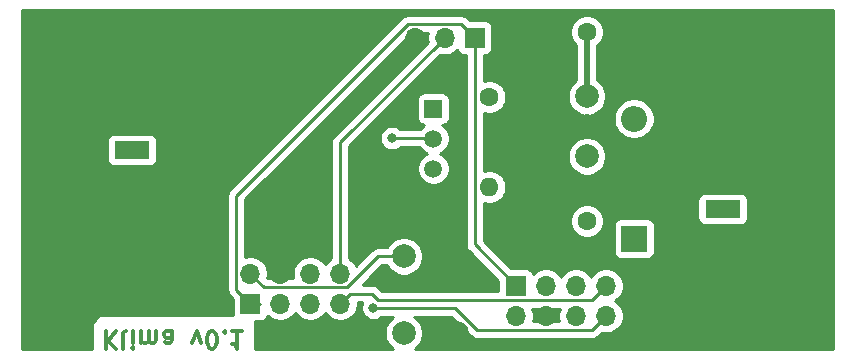
<source format=gbr>
%TF.GenerationSoftware,KiCad,Pcbnew,5.1.9+dfsg1-1~bpo10+1*%
%TF.CreationDate,2021-07-01T20:49:07+00:00*%
%TF.ProjectId,klima,6b6c696d-612e-46b6-9963-61645f706362,rev?*%
%TF.SameCoordinates,Original*%
%TF.FileFunction,Copper,L2,Bot*%
%TF.FilePolarity,Positive*%
%FSLAX46Y46*%
G04 Gerber Fmt 4.6, Leading zero omitted, Abs format (unit mm)*
G04 Created by KiCad (PCBNEW 5.1.9+dfsg1-1~bpo10+1) date 2021-07-01 20:49:07*
%MOMM*%
%LPD*%
G01*
G04 APERTURE LIST*
%TA.AperFunction,NonConductor*%
%ADD10C,0.300000*%
%TD*%
%TA.AperFunction,ComponentPad*%
%ADD11C,2.000000*%
%TD*%
%TA.AperFunction,ComponentPad*%
%ADD12R,1.700000X1.700000*%
%TD*%
%TA.AperFunction,ComponentPad*%
%ADD13O,1.700000X1.700000*%
%TD*%
%TA.AperFunction,ComponentPad*%
%ADD14C,1.600000*%
%TD*%
%TA.AperFunction,ComponentPad*%
%ADD15R,2.200000X2.200000*%
%TD*%
%TA.AperFunction,ComponentPad*%
%ADD16O,2.200000X2.200000*%
%TD*%
%TA.AperFunction,ComponentPad*%
%ADD17C,5.600000*%
%TD*%
%TA.AperFunction,ComponentPad*%
%ADD18R,3.000000X1.500000*%
%TD*%
%TA.AperFunction,ComponentPad*%
%ADD19O,3.000000X1.500000*%
%TD*%
%TA.AperFunction,ComponentPad*%
%ADD20R,1.500000X1.500000*%
%TD*%
%TA.AperFunction,ComponentPad*%
%ADD21C,1.500000*%
%TD*%
%TA.AperFunction,ComponentPad*%
%ADD22O,1.600000X1.600000*%
%TD*%
%TA.AperFunction,ViaPad*%
%ADD23C,0.800000*%
%TD*%
%TA.AperFunction,Conductor*%
%ADD24C,0.500000*%
%TD*%
%TA.AperFunction,Conductor*%
%ADD25C,0.250000*%
%TD*%
%TA.AperFunction,Conductor*%
%ADD26C,0.254000*%
%TD*%
%TA.AperFunction,Conductor*%
%ADD27C,0.100000*%
%TD*%
G04 APERTURE END LIST*
D10*
X107750000Y-97821428D02*
X107750000Y-99321428D01*
X108607142Y-97821428D02*
X107964285Y-98678571D01*
X108607142Y-99321428D02*
X107750000Y-98464285D01*
X109464285Y-97821428D02*
X109321428Y-97892857D01*
X109250000Y-98035714D01*
X109250000Y-99321428D01*
X110035714Y-97821428D02*
X110035714Y-98821428D01*
X110035714Y-99321428D02*
X109964285Y-99250000D01*
X110035714Y-99178571D01*
X110107142Y-99250000D01*
X110035714Y-99321428D01*
X110035714Y-99178571D01*
X110750000Y-97821428D02*
X110750000Y-98821428D01*
X110750000Y-98678571D02*
X110821428Y-98750000D01*
X110964285Y-98821428D01*
X111178571Y-98821428D01*
X111321428Y-98750000D01*
X111392857Y-98607142D01*
X111392857Y-97821428D01*
X111392857Y-98607142D02*
X111464285Y-98750000D01*
X111607142Y-98821428D01*
X111821428Y-98821428D01*
X111964285Y-98750000D01*
X112035714Y-98607142D01*
X112035714Y-97821428D01*
X113392857Y-97821428D02*
X113392857Y-98607142D01*
X113321428Y-98750000D01*
X113178571Y-98821428D01*
X112892857Y-98821428D01*
X112750000Y-98750000D01*
X113392857Y-97892857D02*
X113250000Y-97821428D01*
X112892857Y-97821428D01*
X112750000Y-97892857D01*
X112678571Y-98035714D01*
X112678571Y-98178571D01*
X112750000Y-98321428D01*
X112892857Y-98392857D01*
X113250000Y-98392857D01*
X113392857Y-98464285D01*
X115107142Y-98821428D02*
X115464285Y-97821428D01*
X115821428Y-98821428D01*
X116678571Y-99321428D02*
X116821428Y-99321428D01*
X116964285Y-99250000D01*
X117035714Y-99178571D01*
X117107142Y-99035714D01*
X117178571Y-98750000D01*
X117178571Y-98392857D01*
X117107142Y-98107142D01*
X117035714Y-97964285D01*
X116964285Y-97892857D01*
X116821428Y-97821428D01*
X116678571Y-97821428D01*
X116535714Y-97892857D01*
X116464285Y-97964285D01*
X116392857Y-98107142D01*
X116321428Y-98392857D01*
X116321428Y-98750000D01*
X116392857Y-99035714D01*
X116464285Y-99178571D01*
X116535714Y-99250000D01*
X116678571Y-99321428D01*
X117821428Y-97964285D02*
X117892857Y-97892857D01*
X117821428Y-97821428D01*
X117750000Y-97892857D01*
X117821428Y-97964285D01*
X117821428Y-97821428D01*
X119321428Y-97821428D02*
X118464285Y-97821428D01*
X118892857Y-97821428D02*
X118892857Y-99321428D01*
X118750000Y-99107142D01*
X118607142Y-98964285D01*
X118464285Y-98892857D01*
D11*
%TO.P,SW101,2*%
%TO.N,GND*%
X137500000Y-98000000D03*
%TO.P,SW101,1*%
%TO.N,/IO0*%
X133000000Y-98000000D03*
%TO.P,SW101,2*%
%TO.N,GND*%
X137500000Y-91500000D03*
%TO.P,SW101,1*%
%TO.N,/IO0*%
X133000000Y-91500000D03*
%TD*%
D12*
%TO.P,J104,1*%
%TO.N,/RX*%
X139000000Y-73000000D03*
D13*
%TO.P,J104,2*%
%TO.N,/TX*%
X136460000Y-73000000D03*
%TO.P,J104,3*%
%TO.N,GND*%
X133920000Y-73000000D03*
%TD*%
D14*
%TO.P,C101,1*%
%TO.N,Net-(C101-Pad1)*%
X148500000Y-88500000D03*
%TO.P,C101,2*%
%TO.N,GND*%
X143500000Y-88500000D03*
%TD*%
%TO.P,C102,2*%
%TO.N,GND*%
X143500000Y-72500000D03*
%TO.P,C102,1*%
%TO.N,+3V3*%
X148500000Y-72500000D03*
%TD*%
D15*
%TO.P,D101,1*%
%TO.N,Net-(C101-Pad1)*%
X152500000Y-90000000D03*
D16*
%TO.P,D101,2*%
%TO.N,+12V*%
X152500000Y-79840000D03*
%TD*%
D17*
%TO.P,H101,1*%
%TO.N,GND*%
X105000000Y-95000000D03*
%TD*%
%TO.P,H102,1*%
%TO.N,GND*%
X165000000Y-95000000D03*
%TD*%
%TO.P,H103,1*%
%TO.N,GND*%
X165000000Y-75000000D03*
%TD*%
%TO.P,H104,1*%
%TO.N,GND*%
X105000000Y-75000000D03*
%TD*%
D18*
%TO.P,J103,1*%
%TO.N,+12V*%
X110000000Y-82500000D03*
D19*
%TO.P,J103,2*%
%TO.N,GND*%
X110000000Y-87500000D03*
%TD*%
%TO.P,J105,2*%
%TO.N,GND*%
X160000000Y-82500000D03*
D18*
%TO.P,J105,1*%
%TO.N,+12V*%
X160000000Y-87500000D03*
%TD*%
D11*
%TO.P,U101,1*%
%TO.N,Net-(C101-Pad1)*%
X148500000Y-83040000D03*
%TO.P,U101,2*%
%TO.N,GND*%
X148500000Y-80500000D03*
%TO.P,U101,3*%
%TO.N,+3V3*%
X148500000Y-77960000D03*
%TD*%
D20*
%TO.P,U102,1*%
%TO.N,+3V3*%
X135500000Y-79000000D03*
D21*
%TO.P,U102,2*%
%TO.N,/IO2*%
X135500000Y-81540000D03*
%TO.P,U102,3*%
%TO.N,N/C*%
X135500000Y-84080000D03*
%TO.P,U102,4*%
%TO.N,GND*%
X135500000Y-86620000D03*
%TD*%
D12*
%TO.P,J101,1*%
%TO.N,/RX*%
X120000000Y-95500000D03*
D13*
%TO.P,J101,2*%
%TO.N,/IO0*%
X120000000Y-92960000D03*
%TO.P,J101,3*%
%TO.N,/IO2*%
X122540000Y-95500000D03*
%TO.P,J101,4*%
%TO.N,GND*%
X122540000Y-92960000D03*
%TO.P,J101,5*%
%TO.N,+3V3*%
X125080000Y-95500000D03*
%TO.P,J101,6*%
%TO.N,/~RST*%
X125080000Y-92960000D03*
%TO.P,J101,7*%
%TO.N,/EN*%
X127620000Y-95500000D03*
%TO.P,J101,8*%
%TO.N,/TX*%
X127620000Y-92960000D03*
%TD*%
D12*
%TO.P,J102,1*%
%TO.N,/RX*%
X142500000Y-94000000D03*
D13*
%TO.P,J102,2*%
%TO.N,/IO0*%
X142500000Y-96540000D03*
%TO.P,J102,3*%
%TO.N,/IO2*%
X145040000Y-94000000D03*
%TO.P,J102,4*%
%TO.N,GND*%
X145040000Y-96540000D03*
%TO.P,J102,5*%
%TO.N,+3V3*%
X147580000Y-94000000D03*
%TO.P,J102,6*%
%TO.N,/~RST*%
X147580000Y-96540000D03*
%TO.P,J102,7*%
%TO.N,/EN*%
X150120000Y-94000000D03*
%TO.P,J102,8*%
%TO.N,/TX*%
X150120000Y-96540000D03*
%TD*%
D14*
%TO.P,R101,1*%
%TO.N,+3V3*%
X140250000Y-78000000D03*
D22*
%TO.P,R101,2*%
%TO.N,/IO2*%
X140250000Y-85620000D03*
%TD*%
D23*
%TO.N,GND*%
X137500000Y-74500000D03*
X126000000Y-89000000D03*
X129500000Y-86500000D03*
X129500000Y-90500000D03*
X130500000Y-93500000D03*
X121000000Y-98500000D03*
X124000000Y-98500000D03*
X127500000Y-98000000D03*
X130500000Y-98000000D03*
%TO.N,/IO2*%
X132000000Y-81500000D03*
%TO.N,/TX*%
X130423958Y-95873959D03*
%TD*%
D24*
%TO.N,+3V3*%
X148500000Y-72500000D02*
X148500000Y-77960000D01*
D25*
%TO.N,/RX*%
X139000000Y-90500000D02*
X142500000Y-94000000D01*
X139000000Y-73000000D02*
X139000000Y-90500000D01*
X120000000Y-95500000D02*
X120800998Y-95500000D01*
X118824999Y-94324999D02*
X120000000Y-95500000D01*
X137824999Y-71824999D02*
X133355999Y-71824999D01*
X118824999Y-86355999D02*
X118824999Y-94324999D01*
X133355999Y-71824999D02*
X118824999Y-86355999D01*
X139000000Y-73000000D02*
X137824999Y-71824999D01*
%TO.N,/IO0*%
X120000000Y-92960000D02*
X121175001Y-94135001D01*
X121175001Y-94135001D02*
X128184001Y-94135001D01*
X130819002Y-91500000D02*
X129659501Y-92659501D01*
X133000000Y-91500000D02*
X130819002Y-91500000D01*
X129659501Y-92659501D02*
X130000000Y-92319002D01*
X128184001Y-94135001D02*
X129659501Y-92659501D01*
%TO.N,/IO2*%
X135960000Y-81500000D02*
X136000000Y-81540000D01*
X132000000Y-81500000D02*
X135960000Y-81500000D01*
%TO.N,/EN*%
X128469999Y-94650001D02*
X127620000Y-95500000D01*
X130273002Y-94650001D02*
X128469999Y-94650001D01*
X130798002Y-95175001D02*
X130273002Y-94650001D01*
X148944999Y-95175001D02*
X130798002Y-95175001D01*
X150120000Y-94000000D02*
X148944999Y-95175001D01*
%TO.N,/TX*%
X127620000Y-81840000D02*
X136460000Y-73000000D01*
X127620000Y-92960000D02*
X127620000Y-81840000D01*
X148944999Y-97715001D02*
X150120000Y-96540000D01*
X139176003Y-97715001D02*
X148944999Y-97715001D01*
X137334961Y-95873959D02*
X139176003Y-97715001D01*
X130423958Y-95873959D02*
X137334961Y-95873959D01*
%TD*%
D26*
%TO.N,GND*%
X129428732Y-95572061D02*
X129388958Y-95772020D01*
X129388958Y-95975898D01*
X129428732Y-96175857D01*
X129506753Y-96364215D01*
X129620021Y-96533733D01*
X129764184Y-96677896D01*
X129933702Y-96791164D01*
X130122060Y-96869185D01*
X130322019Y-96908959D01*
X130525897Y-96908959D01*
X130725856Y-96869185D01*
X130914214Y-96791164D01*
X131083732Y-96677896D01*
X131127669Y-96633959D01*
X132101503Y-96633959D01*
X131957748Y-96730013D01*
X131730013Y-96957748D01*
X131551082Y-97225537D01*
X131427832Y-97523088D01*
X131365000Y-97838967D01*
X131365000Y-98161033D01*
X131427832Y-98476912D01*
X131551082Y-98774463D01*
X131730013Y-99042252D01*
X131957748Y-99269987D01*
X132062530Y-99340000D01*
X120392143Y-99340000D01*
X120392143Y-96988072D01*
X120850000Y-96988072D01*
X120974482Y-96975812D01*
X121094180Y-96939502D01*
X121204494Y-96880537D01*
X121301185Y-96801185D01*
X121380537Y-96704494D01*
X121439502Y-96594180D01*
X121461513Y-96521620D01*
X121593368Y-96653475D01*
X121836589Y-96815990D01*
X122106842Y-96927932D01*
X122393740Y-96985000D01*
X122686260Y-96985000D01*
X122973158Y-96927932D01*
X123243411Y-96815990D01*
X123486632Y-96653475D01*
X123693475Y-96446632D01*
X123810000Y-96272240D01*
X123926525Y-96446632D01*
X124133368Y-96653475D01*
X124376589Y-96815990D01*
X124646842Y-96927932D01*
X124933740Y-96985000D01*
X125226260Y-96985000D01*
X125513158Y-96927932D01*
X125783411Y-96815990D01*
X126026632Y-96653475D01*
X126233475Y-96446632D01*
X126350000Y-96272240D01*
X126466525Y-96446632D01*
X126673368Y-96653475D01*
X126916589Y-96815990D01*
X127186842Y-96927932D01*
X127473740Y-96985000D01*
X127766260Y-96985000D01*
X128053158Y-96927932D01*
X128323411Y-96815990D01*
X128566632Y-96653475D01*
X128773475Y-96446632D01*
X128935990Y-96203411D01*
X129047932Y-95933158D01*
X129105000Y-95646260D01*
X129105000Y-95410001D01*
X129495860Y-95410001D01*
X129428732Y-95572061D01*
%TA.AperFunction,Conductor*%
D27*
G36*
X129428732Y-95572061D02*
G01*
X129388958Y-95772020D01*
X129388958Y-95975898D01*
X129428732Y-96175857D01*
X129506753Y-96364215D01*
X129620021Y-96533733D01*
X129764184Y-96677896D01*
X129933702Y-96791164D01*
X130122060Y-96869185D01*
X130322019Y-96908959D01*
X130525897Y-96908959D01*
X130725856Y-96869185D01*
X130914214Y-96791164D01*
X131083732Y-96677896D01*
X131127669Y-96633959D01*
X132101503Y-96633959D01*
X131957748Y-96730013D01*
X131730013Y-96957748D01*
X131551082Y-97225537D01*
X131427832Y-97523088D01*
X131365000Y-97838967D01*
X131365000Y-98161033D01*
X131427832Y-98476912D01*
X131551082Y-98774463D01*
X131730013Y-99042252D01*
X131957748Y-99269987D01*
X132062530Y-99340000D01*
X120392143Y-99340000D01*
X120392143Y-96988072D01*
X120850000Y-96988072D01*
X120974482Y-96975812D01*
X121094180Y-96939502D01*
X121204494Y-96880537D01*
X121301185Y-96801185D01*
X121380537Y-96704494D01*
X121439502Y-96594180D01*
X121461513Y-96521620D01*
X121593368Y-96653475D01*
X121836589Y-96815990D01*
X122106842Y-96927932D01*
X122393740Y-96985000D01*
X122686260Y-96985000D01*
X122973158Y-96927932D01*
X123243411Y-96815990D01*
X123486632Y-96653475D01*
X123693475Y-96446632D01*
X123810000Y-96272240D01*
X123926525Y-96446632D01*
X124133368Y-96653475D01*
X124376589Y-96815990D01*
X124646842Y-96927932D01*
X124933740Y-96985000D01*
X125226260Y-96985000D01*
X125513158Y-96927932D01*
X125783411Y-96815990D01*
X126026632Y-96653475D01*
X126233475Y-96446632D01*
X126350000Y-96272240D01*
X126466525Y-96446632D01*
X126673368Y-96653475D01*
X126916589Y-96815990D01*
X127186842Y-96927932D01*
X127473740Y-96985000D01*
X127766260Y-96985000D01*
X128053158Y-96927932D01*
X128323411Y-96815990D01*
X128566632Y-96653475D01*
X128773475Y-96446632D01*
X128935990Y-96203411D01*
X129047932Y-95933158D01*
X129105000Y-95646260D01*
X129105000Y-95410001D01*
X129495860Y-95410001D01*
X129428732Y-95572061D01*
G37*
%TD.AperFunction*%
D26*
X169340000Y-71032418D02*
X169340001Y-71032428D01*
X169340000Y-99340000D01*
X133937470Y-99340000D01*
X134042252Y-99269987D01*
X134269987Y-99042252D01*
X134448918Y-98774463D01*
X134572168Y-98476912D01*
X134635000Y-98161033D01*
X134635000Y-97838967D01*
X134572168Y-97523088D01*
X134448918Y-97225537D01*
X134269987Y-96957748D01*
X134042252Y-96730013D01*
X133898497Y-96633959D01*
X137020160Y-96633959D01*
X138612204Y-98226004D01*
X138636002Y-98255002D01*
X138665000Y-98278800D01*
X138751727Y-98349975D01*
X138883756Y-98420547D01*
X139027017Y-98464004D01*
X139176003Y-98478678D01*
X139213336Y-98475001D01*
X148907677Y-98475001D01*
X148944999Y-98478677D01*
X148982321Y-98475001D01*
X148982332Y-98475001D01*
X149093985Y-98464004D01*
X149237246Y-98420547D01*
X149369275Y-98349975D01*
X149485000Y-98255002D01*
X149508803Y-98225998D01*
X149753592Y-97981209D01*
X149973740Y-98025000D01*
X150266260Y-98025000D01*
X150553158Y-97967932D01*
X150823411Y-97855990D01*
X151066632Y-97693475D01*
X151273475Y-97486632D01*
X151435990Y-97243411D01*
X151547932Y-96973158D01*
X151605000Y-96686260D01*
X151605000Y-96393740D01*
X151547932Y-96106842D01*
X151435990Y-95836589D01*
X151273475Y-95593368D01*
X151066632Y-95386525D01*
X150892240Y-95270000D01*
X151066632Y-95153475D01*
X151273475Y-94946632D01*
X151435990Y-94703411D01*
X151547932Y-94433158D01*
X151605000Y-94146260D01*
X151605000Y-93853740D01*
X151547932Y-93566842D01*
X151435990Y-93296589D01*
X151273475Y-93053368D01*
X151066632Y-92846525D01*
X150823411Y-92684010D01*
X150553158Y-92572068D01*
X150266260Y-92515000D01*
X149973740Y-92515000D01*
X149686842Y-92572068D01*
X149416589Y-92684010D01*
X149173368Y-92846525D01*
X148966525Y-93053368D01*
X148850000Y-93227760D01*
X148733475Y-93053368D01*
X148526632Y-92846525D01*
X148283411Y-92684010D01*
X148013158Y-92572068D01*
X147726260Y-92515000D01*
X147433740Y-92515000D01*
X147146842Y-92572068D01*
X146876589Y-92684010D01*
X146633368Y-92846525D01*
X146426525Y-93053368D01*
X146310000Y-93227760D01*
X146193475Y-93053368D01*
X145986632Y-92846525D01*
X145743411Y-92684010D01*
X145473158Y-92572068D01*
X145186260Y-92515000D01*
X144893740Y-92515000D01*
X144606842Y-92572068D01*
X144336589Y-92684010D01*
X144093368Y-92846525D01*
X143961513Y-92978380D01*
X143939502Y-92905820D01*
X143880537Y-92795506D01*
X143801185Y-92698815D01*
X143704494Y-92619463D01*
X143594180Y-92560498D01*
X143474482Y-92524188D01*
X143350000Y-92511928D01*
X142086730Y-92511928D01*
X139760000Y-90185199D01*
X139760000Y-88358665D01*
X147065000Y-88358665D01*
X147065000Y-88641335D01*
X147120147Y-88918574D01*
X147228320Y-89179727D01*
X147385363Y-89414759D01*
X147585241Y-89614637D01*
X147820273Y-89771680D01*
X148081426Y-89879853D01*
X148358665Y-89935000D01*
X148641335Y-89935000D01*
X148918574Y-89879853D01*
X149179727Y-89771680D01*
X149414759Y-89614637D01*
X149614637Y-89414759D01*
X149771680Y-89179727D01*
X149879853Y-88918574D01*
X149883547Y-88900000D01*
X150761928Y-88900000D01*
X150761928Y-91100000D01*
X150774188Y-91224482D01*
X150810498Y-91344180D01*
X150869463Y-91454494D01*
X150948815Y-91551185D01*
X151045506Y-91630537D01*
X151155820Y-91689502D01*
X151275518Y-91725812D01*
X151400000Y-91738072D01*
X153600000Y-91738072D01*
X153724482Y-91725812D01*
X153844180Y-91689502D01*
X153954494Y-91630537D01*
X154051185Y-91551185D01*
X154130537Y-91454494D01*
X154189502Y-91344180D01*
X154225812Y-91224482D01*
X154238072Y-91100000D01*
X154238072Y-88900000D01*
X154225812Y-88775518D01*
X154189502Y-88655820D01*
X154130537Y-88545506D01*
X154051185Y-88448815D01*
X153954494Y-88369463D01*
X153844180Y-88310498D01*
X153724482Y-88274188D01*
X153600000Y-88261928D01*
X151400000Y-88261928D01*
X151275518Y-88274188D01*
X151155820Y-88310498D01*
X151045506Y-88369463D01*
X150948815Y-88448815D01*
X150869463Y-88545506D01*
X150810498Y-88655820D01*
X150774188Y-88775518D01*
X150761928Y-88900000D01*
X149883547Y-88900000D01*
X149935000Y-88641335D01*
X149935000Y-88358665D01*
X149879853Y-88081426D01*
X149771680Y-87820273D01*
X149614637Y-87585241D01*
X149414759Y-87385363D01*
X149179727Y-87228320D01*
X148918574Y-87120147D01*
X148641335Y-87065000D01*
X148358665Y-87065000D01*
X148081426Y-87120147D01*
X147820273Y-87228320D01*
X147585241Y-87385363D01*
X147385363Y-87585241D01*
X147228320Y-87820273D01*
X147120147Y-88081426D01*
X147065000Y-88358665D01*
X139760000Y-88358665D01*
X139760000Y-86970267D01*
X139831426Y-86999853D01*
X140108665Y-87055000D01*
X140391335Y-87055000D01*
X140668574Y-86999853D01*
X140929727Y-86891680D01*
X141141766Y-86750000D01*
X157861928Y-86750000D01*
X157861928Y-88250000D01*
X157874188Y-88374482D01*
X157910498Y-88494180D01*
X157969463Y-88604494D01*
X158048815Y-88701185D01*
X158145506Y-88780537D01*
X158255820Y-88839502D01*
X158375518Y-88875812D01*
X158500000Y-88888072D01*
X161500000Y-88888072D01*
X161624482Y-88875812D01*
X161744180Y-88839502D01*
X161854494Y-88780537D01*
X161951185Y-88701185D01*
X162030537Y-88604494D01*
X162089502Y-88494180D01*
X162125812Y-88374482D01*
X162138072Y-88250000D01*
X162138072Y-86750000D01*
X162125812Y-86625518D01*
X162089502Y-86505820D01*
X162030537Y-86395506D01*
X161951185Y-86298815D01*
X161854494Y-86219463D01*
X161744180Y-86160498D01*
X161624482Y-86124188D01*
X161500000Y-86111928D01*
X158500000Y-86111928D01*
X158375518Y-86124188D01*
X158255820Y-86160498D01*
X158145506Y-86219463D01*
X158048815Y-86298815D01*
X157969463Y-86395506D01*
X157910498Y-86505820D01*
X157874188Y-86625518D01*
X157861928Y-86750000D01*
X141141766Y-86750000D01*
X141164759Y-86734637D01*
X141364637Y-86534759D01*
X141521680Y-86299727D01*
X141629853Y-86038574D01*
X141685000Y-85761335D01*
X141685000Y-85478665D01*
X141629853Y-85201426D01*
X141521680Y-84940273D01*
X141364637Y-84705241D01*
X141164759Y-84505363D01*
X140929727Y-84348320D01*
X140668574Y-84240147D01*
X140391335Y-84185000D01*
X140108665Y-84185000D01*
X139831426Y-84240147D01*
X139760000Y-84269733D01*
X139760000Y-82878967D01*
X146865000Y-82878967D01*
X146865000Y-83201033D01*
X146927832Y-83516912D01*
X147051082Y-83814463D01*
X147230013Y-84082252D01*
X147457748Y-84309987D01*
X147725537Y-84488918D01*
X148023088Y-84612168D01*
X148338967Y-84675000D01*
X148661033Y-84675000D01*
X148976912Y-84612168D01*
X149274463Y-84488918D01*
X149542252Y-84309987D01*
X149769987Y-84082252D01*
X149948918Y-83814463D01*
X150072168Y-83516912D01*
X150135000Y-83201033D01*
X150135000Y-82878967D01*
X150072168Y-82563088D01*
X149948918Y-82265537D01*
X149769987Y-81997748D01*
X149542252Y-81770013D01*
X149274463Y-81591082D01*
X148976912Y-81467832D01*
X148661033Y-81405000D01*
X148338967Y-81405000D01*
X148023088Y-81467832D01*
X147725537Y-81591082D01*
X147457748Y-81770013D01*
X147230013Y-81997748D01*
X147051082Y-82265537D01*
X146927832Y-82563088D01*
X146865000Y-82878967D01*
X139760000Y-82878967D01*
X139760000Y-79669117D01*
X150765000Y-79669117D01*
X150765000Y-80010883D01*
X150831675Y-80346081D01*
X150962463Y-80661831D01*
X151152337Y-80945998D01*
X151394002Y-81187663D01*
X151678169Y-81377537D01*
X151993919Y-81508325D01*
X152329117Y-81575000D01*
X152670883Y-81575000D01*
X153006081Y-81508325D01*
X153321831Y-81377537D01*
X153605998Y-81187663D01*
X153847663Y-80945998D01*
X154037537Y-80661831D01*
X154168325Y-80346081D01*
X154235000Y-80010883D01*
X154235000Y-79669117D01*
X154168325Y-79333919D01*
X154037537Y-79018169D01*
X153847663Y-78734002D01*
X153605998Y-78492337D01*
X153321831Y-78302463D01*
X153006081Y-78171675D01*
X152670883Y-78105000D01*
X152329117Y-78105000D01*
X151993919Y-78171675D01*
X151678169Y-78302463D01*
X151394002Y-78492337D01*
X151152337Y-78734002D01*
X150962463Y-79018169D01*
X150831675Y-79333919D01*
X150765000Y-79669117D01*
X139760000Y-79669117D01*
X139760000Y-79350267D01*
X139831426Y-79379853D01*
X140108665Y-79435000D01*
X140391335Y-79435000D01*
X140668574Y-79379853D01*
X140929727Y-79271680D01*
X141164759Y-79114637D01*
X141364637Y-78914759D01*
X141521680Y-78679727D01*
X141629853Y-78418574D01*
X141685000Y-78141335D01*
X141685000Y-77858665D01*
X141673126Y-77798967D01*
X146865000Y-77798967D01*
X146865000Y-78121033D01*
X146927832Y-78436912D01*
X147051082Y-78734463D01*
X147230013Y-79002252D01*
X147457748Y-79229987D01*
X147725537Y-79408918D01*
X148023088Y-79532168D01*
X148338967Y-79595000D01*
X148661033Y-79595000D01*
X148976912Y-79532168D01*
X149274463Y-79408918D01*
X149542252Y-79229987D01*
X149769987Y-79002252D01*
X149948918Y-78734463D01*
X150072168Y-78436912D01*
X150135000Y-78121033D01*
X150135000Y-77798967D01*
X150072168Y-77483088D01*
X149948918Y-77185537D01*
X149769987Y-76917748D01*
X149542252Y-76690013D01*
X149385000Y-76584941D01*
X149385000Y-73634521D01*
X149414759Y-73614637D01*
X149614637Y-73414759D01*
X149771680Y-73179727D01*
X149879853Y-72918574D01*
X149935000Y-72641335D01*
X149935000Y-72358665D01*
X149879853Y-72081426D01*
X149771680Y-71820273D01*
X149614637Y-71585241D01*
X149414759Y-71385363D01*
X149179727Y-71228320D01*
X148918574Y-71120147D01*
X148641335Y-71065000D01*
X148358665Y-71065000D01*
X148081426Y-71120147D01*
X147820273Y-71228320D01*
X147585241Y-71385363D01*
X147385363Y-71585241D01*
X147228320Y-71820273D01*
X147120147Y-72081426D01*
X147065000Y-72358665D01*
X147065000Y-72641335D01*
X147120147Y-72918574D01*
X147228320Y-73179727D01*
X147385363Y-73414759D01*
X147585241Y-73614637D01*
X147615000Y-73634521D01*
X147615001Y-76584940D01*
X147457748Y-76690013D01*
X147230013Y-76917748D01*
X147051082Y-77185537D01*
X146927832Y-77483088D01*
X146865000Y-77798967D01*
X141673126Y-77798967D01*
X141629853Y-77581426D01*
X141521680Y-77320273D01*
X141364637Y-77085241D01*
X141164759Y-76885363D01*
X140929727Y-76728320D01*
X140668574Y-76620147D01*
X140391335Y-76565000D01*
X140108665Y-76565000D01*
X139831426Y-76620147D01*
X139760000Y-76649733D01*
X139760000Y-74488072D01*
X139850000Y-74488072D01*
X139974482Y-74475812D01*
X140094180Y-74439502D01*
X140204494Y-74380537D01*
X140301185Y-74301185D01*
X140380537Y-74204494D01*
X140439502Y-74094180D01*
X140475812Y-73974482D01*
X140488072Y-73850000D01*
X140488072Y-72150000D01*
X140475812Y-72025518D01*
X140439502Y-71905820D01*
X140380537Y-71795506D01*
X140301185Y-71698815D01*
X140204494Y-71619463D01*
X140094180Y-71560498D01*
X139974482Y-71524188D01*
X139850000Y-71511928D01*
X138586729Y-71511928D01*
X138388803Y-71314002D01*
X138365000Y-71284998D01*
X138249275Y-71190025D01*
X138117246Y-71119453D01*
X137973985Y-71075996D01*
X137862332Y-71064999D01*
X137862321Y-71064999D01*
X137824999Y-71061323D01*
X137787677Y-71064999D01*
X133393321Y-71064999D01*
X133355998Y-71061323D01*
X133318675Y-71064999D01*
X133318666Y-71064999D01*
X133207013Y-71075996D01*
X133063752Y-71119453D01*
X132931723Y-71190025D01*
X132815998Y-71284998D01*
X132792200Y-71313996D01*
X118314002Y-85792195D01*
X118284998Y-85815998D01*
X118229870Y-85883173D01*
X118190025Y-85931723D01*
X118132912Y-86038574D01*
X118119453Y-86063753D01*
X118075996Y-86207014D01*
X118064999Y-86318667D01*
X118064999Y-86318677D01*
X118061323Y-86355999D01*
X118064999Y-86393321D01*
X118065000Y-94287667D01*
X118061323Y-94324999D01*
X118075997Y-94473984D01*
X118119453Y-94617245D01*
X118190025Y-94749275D01*
X118230824Y-94798988D01*
X118284999Y-94865000D01*
X118313997Y-94888798D01*
X118511928Y-95086729D01*
X118511928Y-96350000D01*
X118523747Y-96470000D01*
X106607857Y-96470000D01*
X106607857Y-99340000D01*
X100660000Y-99340000D01*
X100660000Y-81750000D01*
X107861928Y-81750000D01*
X107861928Y-83250000D01*
X107874188Y-83374482D01*
X107910498Y-83494180D01*
X107969463Y-83604494D01*
X108048815Y-83701185D01*
X108145506Y-83780537D01*
X108255820Y-83839502D01*
X108375518Y-83875812D01*
X108500000Y-83888072D01*
X111500000Y-83888072D01*
X111624482Y-83875812D01*
X111744180Y-83839502D01*
X111854494Y-83780537D01*
X111951185Y-83701185D01*
X112030537Y-83604494D01*
X112089502Y-83494180D01*
X112125812Y-83374482D01*
X112138072Y-83250000D01*
X112138072Y-81750000D01*
X112125812Y-81625518D01*
X112089502Y-81505820D01*
X112030537Y-81395506D01*
X111951185Y-81298815D01*
X111854494Y-81219463D01*
X111744180Y-81160498D01*
X111624482Y-81124188D01*
X111500000Y-81111928D01*
X108500000Y-81111928D01*
X108375518Y-81124188D01*
X108255820Y-81160498D01*
X108145506Y-81219463D01*
X108048815Y-81298815D01*
X107969463Y-81395506D01*
X107910498Y-81505820D01*
X107874188Y-81625518D01*
X107861928Y-81750000D01*
X100660000Y-81750000D01*
X100660000Y-70660000D01*
X169340000Y-70660000D01*
X169340000Y-71032418D01*
%TA.AperFunction,Conductor*%
D27*
G36*
X169340000Y-71032418D02*
G01*
X169340001Y-71032428D01*
X169340000Y-99340000D01*
X133937470Y-99340000D01*
X134042252Y-99269987D01*
X134269987Y-99042252D01*
X134448918Y-98774463D01*
X134572168Y-98476912D01*
X134635000Y-98161033D01*
X134635000Y-97838967D01*
X134572168Y-97523088D01*
X134448918Y-97225537D01*
X134269987Y-96957748D01*
X134042252Y-96730013D01*
X133898497Y-96633959D01*
X137020160Y-96633959D01*
X138612204Y-98226004D01*
X138636002Y-98255002D01*
X138665000Y-98278800D01*
X138751727Y-98349975D01*
X138883756Y-98420547D01*
X139027017Y-98464004D01*
X139176003Y-98478678D01*
X139213336Y-98475001D01*
X148907677Y-98475001D01*
X148944999Y-98478677D01*
X148982321Y-98475001D01*
X148982332Y-98475001D01*
X149093985Y-98464004D01*
X149237246Y-98420547D01*
X149369275Y-98349975D01*
X149485000Y-98255002D01*
X149508803Y-98225998D01*
X149753592Y-97981209D01*
X149973740Y-98025000D01*
X150266260Y-98025000D01*
X150553158Y-97967932D01*
X150823411Y-97855990D01*
X151066632Y-97693475D01*
X151273475Y-97486632D01*
X151435990Y-97243411D01*
X151547932Y-96973158D01*
X151605000Y-96686260D01*
X151605000Y-96393740D01*
X151547932Y-96106842D01*
X151435990Y-95836589D01*
X151273475Y-95593368D01*
X151066632Y-95386525D01*
X150892240Y-95270000D01*
X151066632Y-95153475D01*
X151273475Y-94946632D01*
X151435990Y-94703411D01*
X151547932Y-94433158D01*
X151605000Y-94146260D01*
X151605000Y-93853740D01*
X151547932Y-93566842D01*
X151435990Y-93296589D01*
X151273475Y-93053368D01*
X151066632Y-92846525D01*
X150823411Y-92684010D01*
X150553158Y-92572068D01*
X150266260Y-92515000D01*
X149973740Y-92515000D01*
X149686842Y-92572068D01*
X149416589Y-92684010D01*
X149173368Y-92846525D01*
X148966525Y-93053368D01*
X148850000Y-93227760D01*
X148733475Y-93053368D01*
X148526632Y-92846525D01*
X148283411Y-92684010D01*
X148013158Y-92572068D01*
X147726260Y-92515000D01*
X147433740Y-92515000D01*
X147146842Y-92572068D01*
X146876589Y-92684010D01*
X146633368Y-92846525D01*
X146426525Y-93053368D01*
X146310000Y-93227760D01*
X146193475Y-93053368D01*
X145986632Y-92846525D01*
X145743411Y-92684010D01*
X145473158Y-92572068D01*
X145186260Y-92515000D01*
X144893740Y-92515000D01*
X144606842Y-92572068D01*
X144336589Y-92684010D01*
X144093368Y-92846525D01*
X143961513Y-92978380D01*
X143939502Y-92905820D01*
X143880537Y-92795506D01*
X143801185Y-92698815D01*
X143704494Y-92619463D01*
X143594180Y-92560498D01*
X143474482Y-92524188D01*
X143350000Y-92511928D01*
X142086730Y-92511928D01*
X139760000Y-90185199D01*
X139760000Y-88358665D01*
X147065000Y-88358665D01*
X147065000Y-88641335D01*
X147120147Y-88918574D01*
X147228320Y-89179727D01*
X147385363Y-89414759D01*
X147585241Y-89614637D01*
X147820273Y-89771680D01*
X148081426Y-89879853D01*
X148358665Y-89935000D01*
X148641335Y-89935000D01*
X148918574Y-89879853D01*
X149179727Y-89771680D01*
X149414759Y-89614637D01*
X149614637Y-89414759D01*
X149771680Y-89179727D01*
X149879853Y-88918574D01*
X149883547Y-88900000D01*
X150761928Y-88900000D01*
X150761928Y-91100000D01*
X150774188Y-91224482D01*
X150810498Y-91344180D01*
X150869463Y-91454494D01*
X150948815Y-91551185D01*
X151045506Y-91630537D01*
X151155820Y-91689502D01*
X151275518Y-91725812D01*
X151400000Y-91738072D01*
X153600000Y-91738072D01*
X153724482Y-91725812D01*
X153844180Y-91689502D01*
X153954494Y-91630537D01*
X154051185Y-91551185D01*
X154130537Y-91454494D01*
X154189502Y-91344180D01*
X154225812Y-91224482D01*
X154238072Y-91100000D01*
X154238072Y-88900000D01*
X154225812Y-88775518D01*
X154189502Y-88655820D01*
X154130537Y-88545506D01*
X154051185Y-88448815D01*
X153954494Y-88369463D01*
X153844180Y-88310498D01*
X153724482Y-88274188D01*
X153600000Y-88261928D01*
X151400000Y-88261928D01*
X151275518Y-88274188D01*
X151155820Y-88310498D01*
X151045506Y-88369463D01*
X150948815Y-88448815D01*
X150869463Y-88545506D01*
X150810498Y-88655820D01*
X150774188Y-88775518D01*
X150761928Y-88900000D01*
X149883547Y-88900000D01*
X149935000Y-88641335D01*
X149935000Y-88358665D01*
X149879853Y-88081426D01*
X149771680Y-87820273D01*
X149614637Y-87585241D01*
X149414759Y-87385363D01*
X149179727Y-87228320D01*
X148918574Y-87120147D01*
X148641335Y-87065000D01*
X148358665Y-87065000D01*
X148081426Y-87120147D01*
X147820273Y-87228320D01*
X147585241Y-87385363D01*
X147385363Y-87585241D01*
X147228320Y-87820273D01*
X147120147Y-88081426D01*
X147065000Y-88358665D01*
X139760000Y-88358665D01*
X139760000Y-86970267D01*
X139831426Y-86999853D01*
X140108665Y-87055000D01*
X140391335Y-87055000D01*
X140668574Y-86999853D01*
X140929727Y-86891680D01*
X141141766Y-86750000D01*
X157861928Y-86750000D01*
X157861928Y-88250000D01*
X157874188Y-88374482D01*
X157910498Y-88494180D01*
X157969463Y-88604494D01*
X158048815Y-88701185D01*
X158145506Y-88780537D01*
X158255820Y-88839502D01*
X158375518Y-88875812D01*
X158500000Y-88888072D01*
X161500000Y-88888072D01*
X161624482Y-88875812D01*
X161744180Y-88839502D01*
X161854494Y-88780537D01*
X161951185Y-88701185D01*
X162030537Y-88604494D01*
X162089502Y-88494180D01*
X162125812Y-88374482D01*
X162138072Y-88250000D01*
X162138072Y-86750000D01*
X162125812Y-86625518D01*
X162089502Y-86505820D01*
X162030537Y-86395506D01*
X161951185Y-86298815D01*
X161854494Y-86219463D01*
X161744180Y-86160498D01*
X161624482Y-86124188D01*
X161500000Y-86111928D01*
X158500000Y-86111928D01*
X158375518Y-86124188D01*
X158255820Y-86160498D01*
X158145506Y-86219463D01*
X158048815Y-86298815D01*
X157969463Y-86395506D01*
X157910498Y-86505820D01*
X157874188Y-86625518D01*
X157861928Y-86750000D01*
X141141766Y-86750000D01*
X141164759Y-86734637D01*
X141364637Y-86534759D01*
X141521680Y-86299727D01*
X141629853Y-86038574D01*
X141685000Y-85761335D01*
X141685000Y-85478665D01*
X141629853Y-85201426D01*
X141521680Y-84940273D01*
X141364637Y-84705241D01*
X141164759Y-84505363D01*
X140929727Y-84348320D01*
X140668574Y-84240147D01*
X140391335Y-84185000D01*
X140108665Y-84185000D01*
X139831426Y-84240147D01*
X139760000Y-84269733D01*
X139760000Y-82878967D01*
X146865000Y-82878967D01*
X146865000Y-83201033D01*
X146927832Y-83516912D01*
X147051082Y-83814463D01*
X147230013Y-84082252D01*
X147457748Y-84309987D01*
X147725537Y-84488918D01*
X148023088Y-84612168D01*
X148338967Y-84675000D01*
X148661033Y-84675000D01*
X148976912Y-84612168D01*
X149274463Y-84488918D01*
X149542252Y-84309987D01*
X149769987Y-84082252D01*
X149948918Y-83814463D01*
X150072168Y-83516912D01*
X150135000Y-83201033D01*
X150135000Y-82878967D01*
X150072168Y-82563088D01*
X149948918Y-82265537D01*
X149769987Y-81997748D01*
X149542252Y-81770013D01*
X149274463Y-81591082D01*
X148976912Y-81467832D01*
X148661033Y-81405000D01*
X148338967Y-81405000D01*
X148023088Y-81467832D01*
X147725537Y-81591082D01*
X147457748Y-81770013D01*
X147230013Y-81997748D01*
X147051082Y-82265537D01*
X146927832Y-82563088D01*
X146865000Y-82878967D01*
X139760000Y-82878967D01*
X139760000Y-79669117D01*
X150765000Y-79669117D01*
X150765000Y-80010883D01*
X150831675Y-80346081D01*
X150962463Y-80661831D01*
X151152337Y-80945998D01*
X151394002Y-81187663D01*
X151678169Y-81377537D01*
X151993919Y-81508325D01*
X152329117Y-81575000D01*
X152670883Y-81575000D01*
X153006081Y-81508325D01*
X153321831Y-81377537D01*
X153605998Y-81187663D01*
X153847663Y-80945998D01*
X154037537Y-80661831D01*
X154168325Y-80346081D01*
X154235000Y-80010883D01*
X154235000Y-79669117D01*
X154168325Y-79333919D01*
X154037537Y-79018169D01*
X153847663Y-78734002D01*
X153605998Y-78492337D01*
X153321831Y-78302463D01*
X153006081Y-78171675D01*
X152670883Y-78105000D01*
X152329117Y-78105000D01*
X151993919Y-78171675D01*
X151678169Y-78302463D01*
X151394002Y-78492337D01*
X151152337Y-78734002D01*
X150962463Y-79018169D01*
X150831675Y-79333919D01*
X150765000Y-79669117D01*
X139760000Y-79669117D01*
X139760000Y-79350267D01*
X139831426Y-79379853D01*
X140108665Y-79435000D01*
X140391335Y-79435000D01*
X140668574Y-79379853D01*
X140929727Y-79271680D01*
X141164759Y-79114637D01*
X141364637Y-78914759D01*
X141521680Y-78679727D01*
X141629853Y-78418574D01*
X141685000Y-78141335D01*
X141685000Y-77858665D01*
X141673126Y-77798967D01*
X146865000Y-77798967D01*
X146865000Y-78121033D01*
X146927832Y-78436912D01*
X147051082Y-78734463D01*
X147230013Y-79002252D01*
X147457748Y-79229987D01*
X147725537Y-79408918D01*
X148023088Y-79532168D01*
X148338967Y-79595000D01*
X148661033Y-79595000D01*
X148976912Y-79532168D01*
X149274463Y-79408918D01*
X149542252Y-79229987D01*
X149769987Y-79002252D01*
X149948918Y-78734463D01*
X150072168Y-78436912D01*
X150135000Y-78121033D01*
X150135000Y-77798967D01*
X150072168Y-77483088D01*
X149948918Y-77185537D01*
X149769987Y-76917748D01*
X149542252Y-76690013D01*
X149385000Y-76584941D01*
X149385000Y-73634521D01*
X149414759Y-73614637D01*
X149614637Y-73414759D01*
X149771680Y-73179727D01*
X149879853Y-72918574D01*
X149935000Y-72641335D01*
X149935000Y-72358665D01*
X149879853Y-72081426D01*
X149771680Y-71820273D01*
X149614637Y-71585241D01*
X149414759Y-71385363D01*
X149179727Y-71228320D01*
X148918574Y-71120147D01*
X148641335Y-71065000D01*
X148358665Y-71065000D01*
X148081426Y-71120147D01*
X147820273Y-71228320D01*
X147585241Y-71385363D01*
X147385363Y-71585241D01*
X147228320Y-71820273D01*
X147120147Y-72081426D01*
X147065000Y-72358665D01*
X147065000Y-72641335D01*
X147120147Y-72918574D01*
X147228320Y-73179727D01*
X147385363Y-73414759D01*
X147585241Y-73614637D01*
X147615000Y-73634521D01*
X147615001Y-76584940D01*
X147457748Y-76690013D01*
X147230013Y-76917748D01*
X147051082Y-77185537D01*
X146927832Y-77483088D01*
X146865000Y-77798967D01*
X141673126Y-77798967D01*
X141629853Y-77581426D01*
X141521680Y-77320273D01*
X141364637Y-77085241D01*
X141164759Y-76885363D01*
X140929727Y-76728320D01*
X140668574Y-76620147D01*
X140391335Y-76565000D01*
X140108665Y-76565000D01*
X139831426Y-76620147D01*
X139760000Y-76649733D01*
X139760000Y-74488072D01*
X139850000Y-74488072D01*
X139974482Y-74475812D01*
X140094180Y-74439502D01*
X140204494Y-74380537D01*
X140301185Y-74301185D01*
X140380537Y-74204494D01*
X140439502Y-74094180D01*
X140475812Y-73974482D01*
X140488072Y-73850000D01*
X140488072Y-72150000D01*
X140475812Y-72025518D01*
X140439502Y-71905820D01*
X140380537Y-71795506D01*
X140301185Y-71698815D01*
X140204494Y-71619463D01*
X140094180Y-71560498D01*
X139974482Y-71524188D01*
X139850000Y-71511928D01*
X138586729Y-71511928D01*
X138388803Y-71314002D01*
X138365000Y-71284998D01*
X138249275Y-71190025D01*
X138117246Y-71119453D01*
X137973985Y-71075996D01*
X137862332Y-71064999D01*
X137862321Y-71064999D01*
X137824999Y-71061323D01*
X137787677Y-71064999D01*
X133393321Y-71064999D01*
X133355998Y-71061323D01*
X133318675Y-71064999D01*
X133318666Y-71064999D01*
X133207013Y-71075996D01*
X133063752Y-71119453D01*
X132931723Y-71190025D01*
X132815998Y-71284998D01*
X132792200Y-71313996D01*
X118314002Y-85792195D01*
X118284998Y-85815998D01*
X118229870Y-85883173D01*
X118190025Y-85931723D01*
X118132912Y-86038574D01*
X118119453Y-86063753D01*
X118075996Y-86207014D01*
X118064999Y-86318667D01*
X118064999Y-86318677D01*
X118061323Y-86355999D01*
X118064999Y-86393321D01*
X118065000Y-94287667D01*
X118061323Y-94324999D01*
X118075997Y-94473984D01*
X118119453Y-94617245D01*
X118190025Y-94749275D01*
X118230824Y-94798988D01*
X118284999Y-94865000D01*
X118313997Y-94888798D01*
X118511928Y-95086729D01*
X118511928Y-96350000D01*
X118523747Y-96470000D01*
X106607857Y-96470000D01*
X106607857Y-99340000D01*
X100660000Y-99340000D01*
X100660000Y-81750000D01*
X107861928Y-81750000D01*
X107861928Y-83250000D01*
X107874188Y-83374482D01*
X107910498Y-83494180D01*
X107969463Y-83604494D01*
X108048815Y-83701185D01*
X108145506Y-83780537D01*
X108255820Y-83839502D01*
X108375518Y-83875812D01*
X108500000Y-83888072D01*
X111500000Y-83888072D01*
X111624482Y-83875812D01*
X111744180Y-83839502D01*
X111854494Y-83780537D01*
X111951185Y-83701185D01*
X112030537Y-83604494D01*
X112089502Y-83494180D01*
X112125812Y-83374482D01*
X112138072Y-83250000D01*
X112138072Y-81750000D01*
X112125812Y-81625518D01*
X112089502Y-81505820D01*
X112030537Y-81395506D01*
X111951185Y-81298815D01*
X111854494Y-81219463D01*
X111744180Y-81160498D01*
X111624482Y-81124188D01*
X111500000Y-81111928D01*
X108500000Y-81111928D01*
X108375518Y-81124188D01*
X108255820Y-81160498D01*
X108145506Y-81219463D01*
X108048815Y-81298815D01*
X107969463Y-81395506D01*
X107910498Y-81505820D01*
X107874188Y-81625518D01*
X107861928Y-81750000D01*
X100660000Y-81750000D01*
X100660000Y-70660000D01*
X169340000Y-70660000D01*
X169340000Y-71032418D01*
G37*
%TD.AperFunction*%
D26*
X146152068Y-96106842D02*
X146095000Y-96393740D01*
X146095000Y-96686260D01*
X146148456Y-96955001D01*
X143931544Y-96955001D01*
X143985000Y-96686260D01*
X143985000Y-96393740D01*
X143927932Y-96106842D01*
X143856753Y-95935001D01*
X146223247Y-95935001D01*
X146152068Y-96106842D01*
%TA.AperFunction,Conductor*%
D27*
G36*
X146152068Y-96106842D02*
G01*
X146095000Y-96393740D01*
X146095000Y-96686260D01*
X146148456Y-96955001D01*
X143931544Y-96955001D01*
X143985000Y-96686260D01*
X143985000Y-96393740D01*
X143927932Y-96106842D01*
X143856753Y-95935001D01*
X146223247Y-95935001D01*
X146152068Y-96106842D01*
G37*
%TD.AperFunction*%
D26*
X137560498Y-74094180D02*
X137619463Y-74204494D01*
X137698815Y-74301185D01*
X137795506Y-74380537D01*
X137905820Y-74439502D01*
X138025518Y-74475812D01*
X138150000Y-74488072D01*
X138240000Y-74488072D01*
X138240001Y-90462667D01*
X138236324Y-90500000D01*
X138250998Y-90648985D01*
X138294454Y-90792246D01*
X138365026Y-90924276D01*
X138436201Y-91011002D01*
X138460000Y-91040001D01*
X138488998Y-91063799D01*
X141011928Y-93586730D01*
X141011928Y-94415001D01*
X131112804Y-94415001D01*
X130836805Y-94139003D01*
X130813003Y-94110000D01*
X130697278Y-94015027D01*
X130565249Y-93944455D01*
X130421988Y-93900998D01*
X130310335Y-93890001D01*
X130310324Y-93890001D01*
X130273002Y-93886325D01*
X130235680Y-93890001D01*
X129503803Y-93890001D01*
X130223300Y-93170504D01*
X130223304Y-93170499D01*
X131133804Y-92260000D01*
X131545091Y-92260000D01*
X131551082Y-92274463D01*
X131730013Y-92542252D01*
X131957748Y-92769987D01*
X132225537Y-92948918D01*
X132523088Y-93072168D01*
X132838967Y-93135000D01*
X133161033Y-93135000D01*
X133476912Y-93072168D01*
X133774463Y-92948918D01*
X134042252Y-92769987D01*
X134269987Y-92542252D01*
X134448918Y-92274463D01*
X134572168Y-91976912D01*
X134635000Y-91661033D01*
X134635000Y-91338967D01*
X134572168Y-91023088D01*
X134448918Y-90725537D01*
X134269987Y-90457748D01*
X134042252Y-90230013D01*
X133774463Y-90051082D01*
X133476912Y-89927832D01*
X133161033Y-89865000D01*
X132838967Y-89865000D01*
X132523088Y-89927832D01*
X132225537Y-90051082D01*
X131957748Y-90230013D01*
X131730013Y-90457748D01*
X131551082Y-90725537D01*
X131545091Y-90740000D01*
X130856324Y-90740000D01*
X130819001Y-90736324D01*
X130781678Y-90740000D01*
X130781669Y-90740000D01*
X130670016Y-90750997D01*
X130534034Y-90792246D01*
X130526755Y-90794454D01*
X130394725Y-90865026D01*
X130311085Y-90933668D01*
X130279001Y-90959999D01*
X130255203Y-90988997D01*
X129488998Y-91755203D01*
X129148504Y-92095697D01*
X129148498Y-92095702D01*
X128951109Y-92293091D01*
X128935990Y-92256589D01*
X128773475Y-92013368D01*
X128566632Y-91806525D01*
X128380000Y-91681822D01*
X128380000Y-82154801D01*
X129136740Y-81398061D01*
X130965000Y-81398061D01*
X130965000Y-81601939D01*
X131004774Y-81801898D01*
X131082795Y-81990256D01*
X131196063Y-82159774D01*
X131340226Y-82303937D01*
X131509744Y-82417205D01*
X131698102Y-82495226D01*
X131898061Y-82535000D01*
X132101939Y-82535000D01*
X132301898Y-82495226D01*
X132490256Y-82417205D01*
X132659774Y-82303937D01*
X132703711Y-82260000D01*
X134315364Y-82260000D01*
X134424201Y-82422886D01*
X134617114Y-82615799D01*
X134843957Y-82767371D01*
X134946873Y-82810000D01*
X134843957Y-82852629D01*
X134617114Y-83004201D01*
X134424201Y-83197114D01*
X134272629Y-83423957D01*
X134168225Y-83676011D01*
X134115000Y-83943589D01*
X134115000Y-84216411D01*
X134168225Y-84483989D01*
X134272629Y-84736043D01*
X134424201Y-84962886D01*
X134617114Y-85155799D01*
X134843957Y-85307371D01*
X135096011Y-85411775D01*
X135363589Y-85465000D01*
X135636411Y-85465000D01*
X135903989Y-85411775D01*
X136156043Y-85307371D01*
X136382886Y-85155799D01*
X136575799Y-84962886D01*
X136727371Y-84736043D01*
X136831775Y-84483989D01*
X136885000Y-84216411D01*
X136885000Y-83943589D01*
X136831775Y-83676011D01*
X136727371Y-83423957D01*
X136575799Y-83197114D01*
X136382886Y-83004201D01*
X136156043Y-82852629D01*
X136053127Y-82810000D01*
X136156043Y-82767371D01*
X136382886Y-82615799D01*
X136575799Y-82422886D01*
X136727371Y-82196043D01*
X136831775Y-81943989D01*
X136885000Y-81676411D01*
X136885000Y-81403589D01*
X136831775Y-81136011D01*
X136727371Y-80883957D01*
X136575799Y-80657114D01*
X136382886Y-80464201D01*
X136266517Y-80386445D01*
X136374482Y-80375812D01*
X136494180Y-80339502D01*
X136604494Y-80280537D01*
X136701185Y-80201185D01*
X136780537Y-80104494D01*
X136839502Y-79994180D01*
X136875812Y-79874482D01*
X136888072Y-79750000D01*
X136888072Y-78250000D01*
X136875812Y-78125518D01*
X136839502Y-78005820D01*
X136780537Y-77895506D01*
X136701185Y-77798815D01*
X136604494Y-77719463D01*
X136494180Y-77660498D01*
X136374482Y-77624188D01*
X136250000Y-77611928D01*
X134750000Y-77611928D01*
X134625518Y-77624188D01*
X134505820Y-77660498D01*
X134395506Y-77719463D01*
X134298815Y-77798815D01*
X134219463Y-77895506D01*
X134160498Y-78005820D01*
X134124188Y-78125518D01*
X134111928Y-78250000D01*
X134111928Y-79750000D01*
X134124188Y-79874482D01*
X134160498Y-79994180D01*
X134219463Y-80104494D01*
X134298815Y-80201185D01*
X134395506Y-80280537D01*
X134505820Y-80339502D01*
X134625518Y-80375812D01*
X134733483Y-80386445D01*
X134617114Y-80464201D01*
X134424201Y-80657114D01*
X134368818Y-80740000D01*
X132703711Y-80740000D01*
X132659774Y-80696063D01*
X132490256Y-80582795D01*
X132301898Y-80504774D01*
X132101939Y-80465000D01*
X131898061Y-80465000D01*
X131698102Y-80504774D01*
X131509744Y-80582795D01*
X131340226Y-80696063D01*
X131196063Y-80840226D01*
X131082795Y-81009744D01*
X131004774Y-81198102D01*
X130965000Y-81398061D01*
X129136740Y-81398061D01*
X136093592Y-74441210D01*
X136313740Y-74485000D01*
X136606260Y-74485000D01*
X136893158Y-74427932D01*
X137163411Y-74315990D01*
X137406632Y-74153475D01*
X137538487Y-74021620D01*
X137560498Y-74094180D01*
%TA.AperFunction,Conductor*%
D27*
G36*
X137560498Y-74094180D02*
G01*
X137619463Y-74204494D01*
X137698815Y-74301185D01*
X137795506Y-74380537D01*
X137905820Y-74439502D01*
X138025518Y-74475812D01*
X138150000Y-74488072D01*
X138240000Y-74488072D01*
X138240001Y-90462667D01*
X138236324Y-90500000D01*
X138250998Y-90648985D01*
X138294454Y-90792246D01*
X138365026Y-90924276D01*
X138436201Y-91011002D01*
X138460000Y-91040001D01*
X138488998Y-91063799D01*
X141011928Y-93586730D01*
X141011928Y-94415001D01*
X131112804Y-94415001D01*
X130836805Y-94139003D01*
X130813003Y-94110000D01*
X130697278Y-94015027D01*
X130565249Y-93944455D01*
X130421988Y-93900998D01*
X130310335Y-93890001D01*
X130310324Y-93890001D01*
X130273002Y-93886325D01*
X130235680Y-93890001D01*
X129503803Y-93890001D01*
X130223300Y-93170504D01*
X130223304Y-93170499D01*
X131133804Y-92260000D01*
X131545091Y-92260000D01*
X131551082Y-92274463D01*
X131730013Y-92542252D01*
X131957748Y-92769987D01*
X132225537Y-92948918D01*
X132523088Y-93072168D01*
X132838967Y-93135000D01*
X133161033Y-93135000D01*
X133476912Y-93072168D01*
X133774463Y-92948918D01*
X134042252Y-92769987D01*
X134269987Y-92542252D01*
X134448918Y-92274463D01*
X134572168Y-91976912D01*
X134635000Y-91661033D01*
X134635000Y-91338967D01*
X134572168Y-91023088D01*
X134448918Y-90725537D01*
X134269987Y-90457748D01*
X134042252Y-90230013D01*
X133774463Y-90051082D01*
X133476912Y-89927832D01*
X133161033Y-89865000D01*
X132838967Y-89865000D01*
X132523088Y-89927832D01*
X132225537Y-90051082D01*
X131957748Y-90230013D01*
X131730013Y-90457748D01*
X131551082Y-90725537D01*
X131545091Y-90740000D01*
X130856324Y-90740000D01*
X130819001Y-90736324D01*
X130781678Y-90740000D01*
X130781669Y-90740000D01*
X130670016Y-90750997D01*
X130534034Y-90792246D01*
X130526755Y-90794454D01*
X130394725Y-90865026D01*
X130311085Y-90933668D01*
X130279001Y-90959999D01*
X130255203Y-90988997D01*
X129488998Y-91755203D01*
X129148504Y-92095697D01*
X129148498Y-92095702D01*
X128951109Y-92293091D01*
X128935990Y-92256589D01*
X128773475Y-92013368D01*
X128566632Y-91806525D01*
X128380000Y-91681822D01*
X128380000Y-82154801D01*
X129136740Y-81398061D01*
X130965000Y-81398061D01*
X130965000Y-81601939D01*
X131004774Y-81801898D01*
X131082795Y-81990256D01*
X131196063Y-82159774D01*
X131340226Y-82303937D01*
X131509744Y-82417205D01*
X131698102Y-82495226D01*
X131898061Y-82535000D01*
X132101939Y-82535000D01*
X132301898Y-82495226D01*
X132490256Y-82417205D01*
X132659774Y-82303937D01*
X132703711Y-82260000D01*
X134315364Y-82260000D01*
X134424201Y-82422886D01*
X134617114Y-82615799D01*
X134843957Y-82767371D01*
X134946873Y-82810000D01*
X134843957Y-82852629D01*
X134617114Y-83004201D01*
X134424201Y-83197114D01*
X134272629Y-83423957D01*
X134168225Y-83676011D01*
X134115000Y-83943589D01*
X134115000Y-84216411D01*
X134168225Y-84483989D01*
X134272629Y-84736043D01*
X134424201Y-84962886D01*
X134617114Y-85155799D01*
X134843957Y-85307371D01*
X135096011Y-85411775D01*
X135363589Y-85465000D01*
X135636411Y-85465000D01*
X135903989Y-85411775D01*
X136156043Y-85307371D01*
X136382886Y-85155799D01*
X136575799Y-84962886D01*
X136727371Y-84736043D01*
X136831775Y-84483989D01*
X136885000Y-84216411D01*
X136885000Y-83943589D01*
X136831775Y-83676011D01*
X136727371Y-83423957D01*
X136575799Y-83197114D01*
X136382886Y-83004201D01*
X136156043Y-82852629D01*
X136053127Y-82810000D01*
X136156043Y-82767371D01*
X136382886Y-82615799D01*
X136575799Y-82422886D01*
X136727371Y-82196043D01*
X136831775Y-81943989D01*
X136885000Y-81676411D01*
X136885000Y-81403589D01*
X136831775Y-81136011D01*
X136727371Y-80883957D01*
X136575799Y-80657114D01*
X136382886Y-80464201D01*
X136266517Y-80386445D01*
X136374482Y-80375812D01*
X136494180Y-80339502D01*
X136604494Y-80280537D01*
X136701185Y-80201185D01*
X136780537Y-80104494D01*
X136839502Y-79994180D01*
X136875812Y-79874482D01*
X136888072Y-79750000D01*
X136888072Y-78250000D01*
X136875812Y-78125518D01*
X136839502Y-78005820D01*
X136780537Y-77895506D01*
X136701185Y-77798815D01*
X136604494Y-77719463D01*
X136494180Y-77660498D01*
X136374482Y-77624188D01*
X136250000Y-77611928D01*
X134750000Y-77611928D01*
X134625518Y-77624188D01*
X134505820Y-77660498D01*
X134395506Y-77719463D01*
X134298815Y-77798815D01*
X134219463Y-77895506D01*
X134160498Y-78005820D01*
X134124188Y-78125518D01*
X134111928Y-78250000D01*
X134111928Y-79750000D01*
X134124188Y-79874482D01*
X134160498Y-79994180D01*
X134219463Y-80104494D01*
X134298815Y-80201185D01*
X134395506Y-80280537D01*
X134505820Y-80339502D01*
X134625518Y-80375812D01*
X134733483Y-80386445D01*
X134617114Y-80464201D01*
X134424201Y-80657114D01*
X134368818Y-80740000D01*
X132703711Y-80740000D01*
X132659774Y-80696063D01*
X132490256Y-80582795D01*
X132301898Y-80504774D01*
X132101939Y-80465000D01*
X131898061Y-80465000D01*
X131698102Y-80504774D01*
X131509744Y-80582795D01*
X131340226Y-80696063D01*
X131196063Y-80840226D01*
X131082795Y-81009744D01*
X131004774Y-81198102D01*
X130965000Y-81398061D01*
X129136740Y-81398061D01*
X136093592Y-74441210D01*
X136313740Y-74485000D01*
X136606260Y-74485000D01*
X136893158Y-74427932D01*
X137163411Y-74315990D01*
X137406632Y-74153475D01*
X137538487Y-74021620D01*
X137560498Y-74094180D01*
G37*
%TD.AperFunction*%
D26*
X134975000Y-72853740D02*
X134975000Y-73146260D01*
X135018790Y-73366408D01*
X127108998Y-81276201D01*
X127080000Y-81299999D01*
X127056202Y-81328997D01*
X127056201Y-81328998D01*
X126985026Y-81415724D01*
X126914454Y-81547754D01*
X126870998Y-81691015D01*
X126856324Y-81840000D01*
X126860001Y-81877332D01*
X126860000Y-91681821D01*
X126673368Y-91806525D01*
X126466525Y-92013368D01*
X126350000Y-92187760D01*
X126233475Y-92013368D01*
X126026632Y-91806525D01*
X125783411Y-91644010D01*
X125513158Y-91532068D01*
X125226260Y-91475000D01*
X124933740Y-91475000D01*
X124646842Y-91532068D01*
X124376589Y-91644010D01*
X124133368Y-91806525D01*
X123926525Y-92013368D01*
X123764010Y-92256589D01*
X123652068Y-92526842D01*
X123595000Y-92813740D01*
X123595000Y-93106260D01*
X123648456Y-93375001D01*
X121489803Y-93375001D01*
X121441210Y-93326408D01*
X121485000Y-93106260D01*
X121485000Y-92813740D01*
X121427932Y-92526842D01*
X121315990Y-92256589D01*
X121153475Y-92013368D01*
X120946632Y-91806525D01*
X120703411Y-91644010D01*
X120433158Y-91532068D01*
X120146260Y-91475000D01*
X119853740Y-91475000D01*
X119584999Y-91528456D01*
X119584999Y-86670800D01*
X133670801Y-72584999D01*
X135028456Y-72584999D01*
X134975000Y-72853740D01*
%TA.AperFunction,Conductor*%
D27*
G36*
X134975000Y-72853740D02*
G01*
X134975000Y-73146260D01*
X135018790Y-73366408D01*
X127108998Y-81276201D01*
X127080000Y-81299999D01*
X127056202Y-81328997D01*
X127056201Y-81328998D01*
X126985026Y-81415724D01*
X126914454Y-81547754D01*
X126870998Y-81691015D01*
X126856324Y-81840000D01*
X126860001Y-81877332D01*
X126860000Y-91681821D01*
X126673368Y-91806525D01*
X126466525Y-92013368D01*
X126350000Y-92187760D01*
X126233475Y-92013368D01*
X126026632Y-91806525D01*
X125783411Y-91644010D01*
X125513158Y-91532068D01*
X125226260Y-91475000D01*
X124933740Y-91475000D01*
X124646842Y-91532068D01*
X124376589Y-91644010D01*
X124133368Y-91806525D01*
X123926525Y-92013368D01*
X123764010Y-92256589D01*
X123652068Y-92526842D01*
X123595000Y-92813740D01*
X123595000Y-93106260D01*
X123648456Y-93375001D01*
X121489803Y-93375001D01*
X121441210Y-93326408D01*
X121485000Y-93106260D01*
X121485000Y-92813740D01*
X121427932Y-92526842D01*
X121315990Y-92256589D01*
X121153475Y-92013368D01*
X120946632Y-91806525D01*
X120703411Y-91644010D01*
X120433158Y-91532068D01*
X120146260Y-91475000D01*
X119853740Y-91475000D01*
X119584999Y-91528456D01*
X119584999Y-86670800D01*
X133670801Y-72584999D01*
X135028456Y-72584999D01*
X134975000Y-72853740D01*
G37*
%TD.AperFunction*%
%TD*%
M02*

</source>
